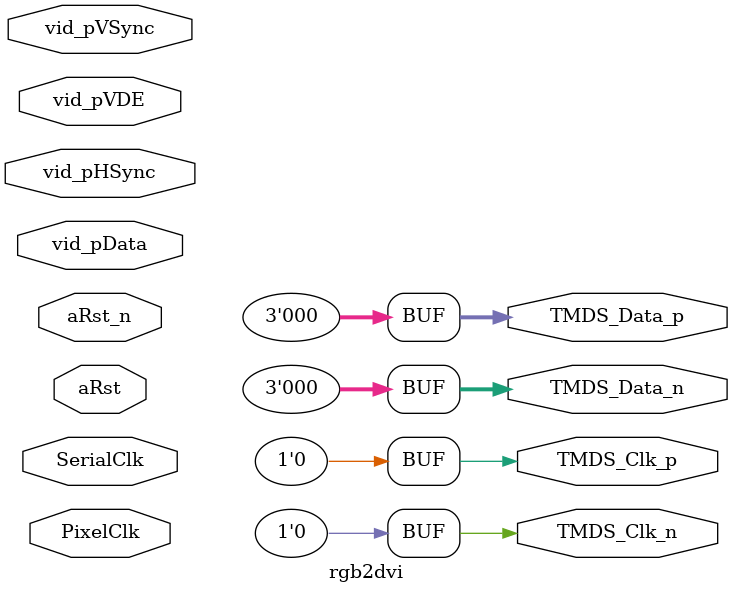
<source format=v>
/*
 * *****************************************************************
 * File: rgb2dvi_for_test.v
 * Category: hdmi
 * File Created: 2019/10/24 06:55
 * Author: kidtak51 ( 45393331+kidtak51@users.noreply.github.com )
 * *****
 * Last Modified: 2023/10/06 05:14
 * Modified By: Masaru Aoki ( masaru.aoki.1972@gmail.com )
 * *****
 * Copyright 2018 - 2019  Project RockWave
 * *****************************************************************
 * Description:
 *   rgb2divはDigilentが作ったモジュールのためテストしない。
 *   テスト時にのみDigilentのモジュールの代替として使用するモジュール。
 *   インスタンスした上位モジュールとの接続をテストする用途を想定。
 * *****************************************************************
 * HISTORY:
 * Date      	By        	Comments
 * ----------	----------	----------------------------------------
 * 2019/10/24	kidtak51	First Version
 * *****************************************************************
 */

module rgb2dvi
(
    output TMDS_Clk_p,//画像クロック 720pでは74.25MHz
    output TMDS_Clk_n,//5逓倍した画像クロック
    output[2:0] TMDS_Data_p,//リセット 負論理
    output[2:0] TMDS_Data_n,//水平画像位置
    input aRst,//垂直画像位置
    input aRst_n,//画像データ RGB各々8bit, h_posとv_posに合わせて入力する。
    input[23:0] vid_pData,//hdmiクロック, IOに接続
    input vid_pVDE,
    input vid_pHSync,//hdmiクロック, IOに接続
    input vid_pVSync,//hdmiデータ(rgbの3bit), IOに接続
    input PixelClk,
    input SerialClk
);

//
assign TMDS_Clk_p = 1'b0;
assign TMDS_Clk_n = 1'b0;
assign TMDS_Data_p = 3'b000;
assign TMDS_Data_n = 3'b000;

endmodule

</source>
